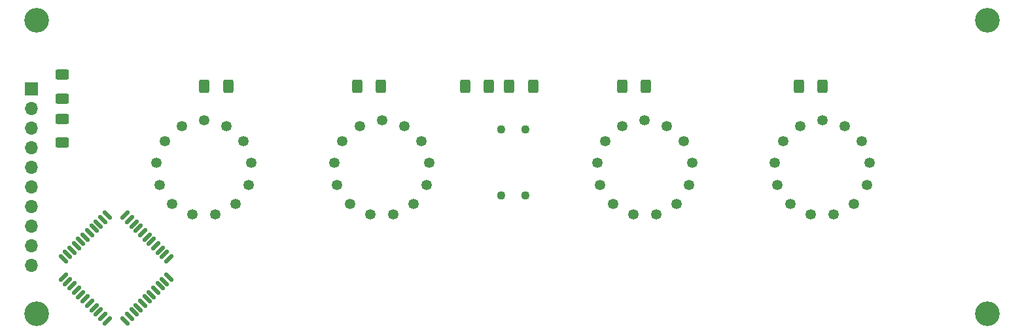
<source format=gbr>
%TF.GenerationSoftware,KiCad,Pcbnew,(6.0.2)*%
%TF.CreationDate,2023-05-21T11:07:31+01:00*%
%TF.ProjectId,Nixie Tube Interface Board,4e697869-6520-4547-9562-6520496e7465,rev?*%
%TF.SameCoordinates,Original*%
%TF.FileFunction,Soldermask,Bot*%
%TF.FilePolarity,Negative*%
%FSLAX46Y46*%
G04 Gerber Fmt 4.6, Leading zero omitted, Abs format (unit mm)*
G04 Created by KiCad (PCBNEW (6.0.2)) date 2023-05-21 11:07:31*
%MOMM*%
%LPD*%
G01*
G04 APERTURE LIST*
G04 Aperture macros list*
%AMRoundRect*
0 Rectangle with rounded corners*
0 $1 Rounding radius*
0 $2 $3 $4 $5 $6 $7 $8 $9 X,Y pos of 4 corners*
0 Add a 4 corners polygon primitive as box body*
4,1,4,$2,$3,$4,$5,$6,$7,$8,$9,$2,$3,0*
0 Add four circle primitives for the rounded corners*
1,1,$1+$1,$2,$3*
1,1,$1+$1,$4,$5*
1,1,$1+$1,$6,$7*
1,1,$1+$1,$8,$9*
0 Add four rect primitives between the rounded corners*
20,1,$1+$1,$2,$3,$4,$5,0*
20,1,$1+$1,$4,$5,$6,$7,0*
20,1,$1+$1,$6,$7,$8,$9,0*
20,1,$1+$1,$8,$9,$2,$3,0*%
G04 Aperture macros list end*
%ADD10RoundRect,0.137500X0.327037X0.521491X-0.521491X-0.327037X-0.327037X-0.521491X0.521491X0.327037X0*%
%ADD11RoundRect,0.137500X-0.327037X0.521491X-0.521491X0.327037X0.327037X-0.521491X0.521491X-0.327037X0*%
%ADD12C,3.200000*%
%ADD13C,1.346200*%
%ADD14RoundRect,0.250000X0.400000X0.625000X-0.400000X0.625000X-0.400000X-0.625000X0.400000X-0.625000X0*%
%ADD15RoundRect,0.250000X-0.400000X-0.625000X0.400000X-0.625000X0.400000X0.625000X-0.400000X0.625000X0*%
%ADD16C,1.107440*%
%ADD17RoundRect,0.250000X0.625000X-0.400000X0.625000X0.400000X-0.625000X0.400000X-0.625000X-0.400000X0*%
%ADD18R,1.700000X1.700000*%
%ADD19O,1.700000X1.700000*%
G04 APERTURE END LIST*
D10*
%TO.C,U1*%
X95790565Y-98577581D03*
X96356250Y-99143266D03*
X96921936Y-99708952D03*
X97487621Y-100274637D03*
X98053307Y-100840322D03*
X98618992Y-101406008D03*
X99184678Y-101971693D03*
X99750363Y-102537379D03*
X100316048Y-103103064D03*
X100881734Y-103668750D03*
X101447419Y-104234435D03*
D11*
X101447419Y-106585565D03*
X100881734Y-107151250D03*
X100316048Y-107716936D03*
X99750363Y-108282621D03*
X99184678Y-108848307D03*
X98618992Y-109413992D03*
X98053307Y-109979678D03*
X97487621Y-110545363D03*
X96921936Y-111111048D03*
X96356250Y-111676734D03*
X95790565Y-112242419D03*
D10*
X93439435Y-112242419D03*
X92873750Y-111676734D03*
X92308064Y-111111048D03*
X91742379Y-110545363D03*
X91176693Y-109979678D03*
X90611008Y-109413992D03*
X90045322Y-108848307D03*
X89479637Y-108282621D03*
X88913952Y-107716936D03*
X88348266Y-107151250D03*
X87782581Y-106585565D03*
D11*
X87782581Y-104234435D03*
X88348266Y-103668750D03*
X88913952Y-103103064D03*
X89479637Y-102537379D03*
X90045322Y-101971693D03*
X90611008Y-101406008D03*
X91176693Y-100840322D03*
X91742379Y-100274637D03*
X92308064Y-99708952D03*
X92873750Y-99143266D03*
X93439435Y-98577581D03*
%TD*%
D12*
%TO.C,H3*%
X207347767Y-111332767D03*
%TD*%
D13*
%TO.C,N1*%
X111092700Y-88984640D03*
X100907300Y-88984640D03*
X99855740Y-91755780D03*
X100213880Y-94694560D03*
X101895360Y-97132960D03*
X104519180Y-98509640D03*
X107480820Y-98509640D03*
X110104640Y-97132960D03*
X111786120Y-94694560D03*
X112144260Y-91755780D03*
X106000000Y-86312560D03*
X103124720Y-87021220D03*
X108875280Y-87021220D03*
%TD*%
D14*
%TO.C,R7*%
X142875000Y-81915000D03*
X139775000Y-81915000D03*
%TD*%
D15*
%TO.C,R8*%
X145490000Y-81915000D03*
X148590000Y-81915000D03*
%TD*%
%TO.C,R5*%
X160095000Y-81915000D03*
X163195000Y-81915000D03*
%TD*%
D13*
%TO.C,N3*%
X168092700Y-88984640D03*
X157907300Y-88984640D03*
X156855740Y-91755780D03*
X157213880Y-94694560D03*
X158895360Y-97132960D03*
X161519180Y-98509640D03*
X164480820Y-98509640D03*
X167104640Y-97132960D03*
X168786120Y-94694560D03*
X169144260Y-91755780D03*
X163000000Y-86312560D03*
X160124720Y-87021220D03*
X165875280Y-87021220D03*
%TD*%
%TO.C,N4*%
X191092700Y-88984640D03*
X180907300Y-88984640D03*
X179855740Y-91755780D03*
X180213880Y-94694560D03*
X181895360Y-97132960D03*
X184519180Y-98509640D03*
X187480820Y-98509640D03*
X190104640Y-97132960D03*
X191786120Y-94694560D03*
X192144260Y-91755780D03*
X186000000Y-86312560D03*
X183124720Y-87021220D03*
X188875280Y-87021220D03*
%TD*%
D12*
%TO.C,H1*%
X84347767Y-73332767D03*
%TD*%
D16*
%TO.C,N6*%
X147587500Y-96000000D03*
X144412500Y-96000000D03*
%TD*%
D13*
%TO.C,N2*%
X134092700Y-88984640D03*
X123907300Y-88984640D03*
X122855740Y-91755780D03*
X123213880Y-94694560D03*
X124895360Y-97132960D03*
X127519180Y-98509640D03*
X130480820Y-98509640D03*
X133104640Y-97132960D03*
X134786120Y-94694560D03*
X135144260Y-91755780D03*
X129000000Y-86312560D03*
X126124720Y-87021220D03*
X131875280Y-87021220D03*
%TD*%
D14*
%TO.C,R3*%
X106045000Y-81915000D03*
X109145000Y-81915000D03*
%TD*%
D12*
%TO.C,H2*%
X207347767Y-73332767D03*
%TD*%
D16*
%TO.C,N5*%
X147587500Y-87500000D03*
X144412500Y-87500000D03*
%TD*%
D15*
%TO.C,R4*%
X128905000Y-81915000D03*
X125805000Y-81915000D03*
%TD*%
%TO.C,R6*%
X182955000Y-81915000D03*
X186055000Y-81915000D03*
%TD*%
D12*
%TO.C,H4*%
X84347767Y-111332767D03*
%TD*%
D17*
%TO.C,R1*%
X87630000Y-89180000D03*
X87630000Y-86080000D03*
%TD*%
%TO.C,R2*%
X87630000Y-83465000D03*
X87630000Y-80365000D03*
%TD*%
D18*
%TO.C,J1*%
X83660000Y-82215000D03*
D19*
X83660000Y-84755000D03*
X83660000Y-87295000D03*
X83660000Y-89835000D03*
X83660000Y-92375000D03*
X83660000Y-94915000D03*
X83660000Y-97455000D03*
X83660000Y-99995000D03*
X83660000Y-102535000D03*
X83660000Y-105075000D03*
%TD*%
M02*

</source>
